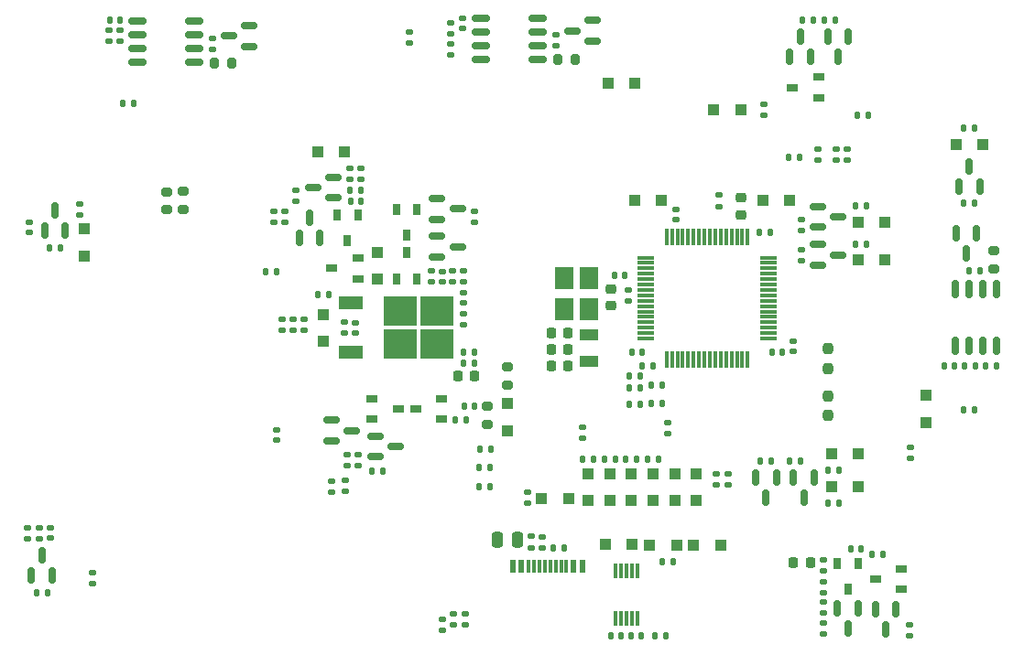
<source format=gbr>
%TF.GenerationSoftware,KiCad,Pcbnew,(6.0.11)*%
%TF.CreationDate,2024-02-29T08:23:56+09:00*%
%TF.ProjectId,Mother_Ctrl,4d6f7468-6572-45f4-9374-726c2e6b6963,rev?*%
%TF.SameCoordinates,Original*%
%TF.FileFunction,Paste,Bot*%
%TF.FilePolarity,Positive*%
%FSLAX46Y46*%
G04 Gerber Fmt 4.6, Leading zero omitted, Abs format (unit mm)*
G04 Created by KiCad (PCBNEW (6.0.11)) date 2024-02-29 08:23:56*
%MOMM*%
%LPD*%
G01*
G04 APERTURE LIST*
G04 Aperture macros list*
%AMRoundRect*
0 Rectangle with rounded corners*
0 $1 Rounding radius*
0 $2 $3 $4 $5 $6 $7 $8 $9 X,Y pos of 4 corners*
0 Add a 4 corners polygon primitive as box body*
4,1,4,$2,$3,$4,$5,$6,$7,$8,$9,$2,$3,0*
0 Add four circle primitives for the rounded corners*
1,1,$1+$1,$2,$3*
1,1,$1+$1,$4,$5*
1,1,$1+$1,$6,$7*
1,1,$1+$1,$8,$9*
0 Add four rect primitives between the rounded corners*
20,1,$1+$1,$2,$3,$4,$5,0*
20,1,$1+$1,$4,$5,$6,$7,0*
20,1,$1+$1,$6,$7,$8,$9,0*
20,1,$1+$1,$8,$9,$2,$3,0*%
G04 Aperture macros list end*
%ADD10RoundRect,0.225000X-0.225000X-0.250000X0.225000X-0.250000X0.225000X0.250000X-0.225000X0.250000X0*%
%ADD11R,1.000000X0.700000*%
%ADD12RoundRect,0.135000X0.135000X0.185000X-0.135000X0.185000X-0.135000X-0.185000X0.135000X-0.185000X0*%
%ADD13RoundRect,0.150000X0.150000X-0.587500X0.150000X0.587500X-0.150000X0.587500X-0.150000X-0.587500X0*%
%ADD14RoundRect,0.135000X-0.185000X0.135000X-0.185000X-0.135000X0.185000X-0.135000X0.185000X0.135000X0*%
%ADD15RoundRect,0.140000X0.170000X-0.140000X0.170000X0.140000X-0.170000X0.140000X-0.170000X-0.140000X0*%
%ADD16RoundRect,0.135000X-0.135000X-0.185000X0.135000X-0.185000X0.135000X0.185000X-0.135000X0.185000X0*%
%ADD17R,1.800000X1.000000*%
%ADD18RoundRect,0.237500X-0.237500X0.250000X-0.237500X-0.250000X0.237500X-0.250000X0.237500X0.250000X0*%
%ADD19RoundRect,0.150000X-0.150000X0.587500X-0.150000X-0.587500X0.150000X-0.587500X0.150000X0.587500X0*%
%ADD20RoundRect,0.225000X-0.250000X0.225000X-0.250000X-0.225000X0.250000X-0.225000X0.250000X0.225000X0*%
%ADD21R,1.000000X1.000000*%
%ADD22RoundRect,0.150000X0.587500X0.150000X-0.587500X0.150000X-0.587500X-0.150000X0.587500X-0.150000X0*%
%ADD23RoundRect,0.140000X-0.140000X-0.170000X0.140000X-0.170000X0.140000X0.170000X-0.140000X0.170000X0*%
%ADD24RoundRect,0.150000X-0.150000X0.675000X-0.150000X-0.675000X0.150000X-0.675000X0.150000X0.675000X0*%
%ADD25RoundRect,0.200000X0.275000X-0.200000X0.275000X0.200000X-0.275000X0.200000X-0.275000X-0.200000X0*%
%ADD26RoundRect,0.150000X-0.587500X-0.150000X0.587500X-0.150000X0.587500X0.150000X-0.587500X0.150000X0*%
%ADD27RoundRect,0.140000X-0.170000X0.140000X-0.170000X-0.140000X0.170000X-0.140000X0.170000X0.140000X0*%
%ADD28RoundRect,0.140000X0.140000X0.170000X-0.140000X0.170000X-0.140000X-0.170000X0.140000X-0.170000X0*%
%ADD29R,0.300000X1.400000*%
%ADD30R,0.700000X1.000000*%
%ADD31RoundRect,0.075000X-0.700000X-0.075000X0.700000X-0.075000X0.700000X0.075000X-0.700000X0.075000X0*%
%ADD32RoundRect,0.075000X-0.075000X-0.700000X0.075000X-0.700000X0.075000X0.700000X-0.075000X0.700000X0*%
%ADD33RoundRect,0.200000X-0.275000X0.200000X-0.275000X-0.200000X0.275000X-0.200000X0.275000X0.200000X0*%
%ADD34RoundRect,0.135000X0.185000X-0.135000X0.185000X0.135000X-0.185000X0.135000X-0.185000X-0.135000X0*%
%ADD35RoundRect,0.150000X0.675000X0.150000X-0.675000X0.150000X-0.675000X-0.150000X0.675000X-0.150000X0*%
%ADD36R,1.800000X2.100000*%
%ADD37RoundRect,0.250000X-0.250000X-0.475000X0.250000X-0.475000X0.250000X0.475000X-0.250000X0.475000X0*%
%ADD38RoundRect,0.200000X0.200000X0.275000X-0.200000X0.275000X-0.200000X-0.275000X0.200000X-0.275000X0*%
%ADD39R,3.050000X2.750000*%
%ADD40R,2.200000X1.200000*%
%ADD41R,0.600000X1.240000*%
%ADD42R,0.300000X1.240000*%
%ADD43RoundRect,0.225000X0.225000X0.250000X-0.225000X0.250000X-0.225000X-0.250000X0.225000X-0.250000X0*%
G04 APERTURE END LIST*
D10*
%TO.C,C17*%
X158365000Y-109630000D03*
X159915000Y-109630000D03*
%TD*%
D11*
%TO.C,Q9*%
X183100000Y-82870000D03*
X183100000Y-84770000D03*
X180700000Y-83820000D03*
%TD*%
D12*
%TO.C,R55*%
X162270000Y-118230000D03*
X161250000Y-118230000D03*
%TD*%
D13*
%TO.C,Q2*%
X112250000Y-129007500D03*
X110350000Y-129007500D03*
X111300000Y-127132500D03*
%TD*%
D14*
%TO.C,R46*%
X183550000Y-133360000D03*
X183550000Y-134380000D03*
%TD*%
D15*
%TO.C,C19*%
X148300000Y-101800000D03*
X148300000Y-100840000D03*
%TD*%
D16*
%TO.C,R31*%
X183640000Y-77570000D03*
X184660000Y-77570000D03*
%TD*%
D17*
%TO.C,Y2*%
X161850000Y-106710000D03*
X161850000Y-109210000D03*
%TD*%
D14*
%TO.C,R41*%
X161300000Y-115310000D03*
X161300000Y-116330000D03*
%TD*%
%TO.C,R1*%
X115970000Y-128720000D03*
X115970000Y-129740000D03*
%TD*%
D18*
%TO.C,R84*%
X183990000Y-107997500D03*
X183990000Y-109822500D03*
%TD*%
D14*
%TO.C,R80*%
X181487500Y-96090000D03*
X181487500Y-97110000D03*
%TD*%
D16*
%TO.C,R27*%
X136840000Y-103020000D03*
X137860000Y-103020000D03*
%TD*%
D14*
%TO.C,R13*%
X132710000Y-95310000D03*
X132710000Y-96330000D03*
%TD*%
D11*
%TO.C,Q6*%
X141850000Y-114520000D03*
X141850000Y-112620000D03*
X144250000Y-113570000D03*
%TD*%
D19*
%TO.C,Q18*%
X188350000Y-132132500D03*
X190250000Y-132132500D03*
X189300000Y-134007500D03*
%TD*%
D20*
%TO.C,C16*%
X163930000Y-102485000D03*
X163930000Y-104035000D03*
%TD*%
D21*
%TO.C,D10*%
X171800000Y-119570000D03*
X171800000Y-122070000D03*
%TD*%
D19*
%TO.C,Q27*%
X177294500Y-119938750D03*
X179194500Y-119938750D03*
X178244500Y-121813750D03*
%TD*%
D22*
%TO.C,Q32*%
X130487500Y-78120000D03*
X130487500Y-80020000D03*
X128612500Y-79070000D03*
%TD*%
D19*
%TO.C,Q16*%
X184850000Y-132032500D03*
X186750000Y-132032500D03*
X185800000Y-133907500D03*
%TD*%
D14*
%TO.C,R99*%
X145290000Y-78690000D03*
X145290000Y-79710000D03*
%TD*%
D19*
%TO.C,Q11*%
X183950000Y-79132500D03*
X185850000Y-79132500D03*
X184900000Y-81007500D03*
%TD*%
D12*
%TO.C,R29*%
X140810000Y-93320000D03*
X139790000Y-93320000D03*
%TD*%
D13*
%TO.C,Q23*%
X198000000Y-93007500D03*
X196100000Y-93007500D03*
X197050000Y-91132500D03*
%TD*%
D23*
%TO.C,C28*%
X178820000Y-108320000D03*
X179780000Y-108320000D03*
%TD*%
D21*
%TO.C,D11*%
X174040000Y-126210000D03*
X171540000Y-126210000D03*
%TD*%
D24*
%TO.C,U6*%
X195705000Y-102495000D03*
X196975000Y-102495000D03*
X198245000Y-102495000D03*
X199515000Y-102495000D03*
X199515000Y-107745000D03*
X198245000Y-107745000D03*
X196975000Y-107745000D03*
X195705000Y-107745000D03*
%TD*%
D21*
%TO.C,D14*%
X167800000Y-119570000D03*
X167800000Y-122070000D03*
%TD*%
D14*
%TO.C,R91*%
X158810000Y-78960000D03*
X158810000Y-79980000D03*
%TD*%
D25*
%TO.C,R3*%
X152510000Y-114995000D03*
X152510000Y-113345000D03*
%TD*%
D26*
%TO.C,Q22*%
X147862500Y-96020000D03*
X147862500Y-94120000D03*
X149737500Y-95070000D03*
%TD*%
D27*
%TO.C,C13*%
X140300000Y-105590000D03*
X140300000Y-106550000D03*
%TD*%
D28*
%TO.C,C29*%
X167780000Y-109570000D03*
X166820000Y-109570000D03*
%TD*%
%TO.C,C35*%
X118530000Y-77570000D03*
X117570000Y-77570000D03*
%TD*%
D16*
%TO.C,R72*%
X167950000Y-134590000D03*
X168970000Y-134590000D03*
%TD*%
D29*
%TO.C,U1*%
X164350000Y-128570000D03*
X164850000Y-128570000D03*
X165350000Y-128570000D03*
X165850000Y-128570000D03*
X166350000Y-128570000D03*
X166350000Y-132970000D03*
X165850000Y-132970000D03*
X165350000Y-132970000D03*
X164850000Y-132970000D03*
X164350000Y-132970000D03*
%TD*%
D30*
%TO.C,Q19*%
X146000000Y-101520000D03*
X144100000Y-101520000D03*
X145050000Y-99120000D03*
%TD*%
D14*
%TO.C,R61*%
X149300000Y-100810000D03*
X149300000Y-101830000D03*
%TD*%
D15*
%TO.C,C27*%
X165550000Y-103550000D03*
X165550000Y-102590000D03*
%TD*%
D14*
%TO.C,R23*%
X134550000Y-105310000D03*
X134550000Y-106330000D03*
%TD*%
D31*
%TO.C,U4*%
X167125000Y-107070000D03*
X167125000Y-106570000D03*
X167125000Y-106070000D03*
X167125000Y-105570000D03*
X167125000Y-105070000D03*
X167125000Y-104570000D03*
X167125000Y-104070000D03*
X167125000Y-103570000D03*
X167125000Y-103070000D03*
X167125000Y-102570000D03*
X167125000Y-102070000D03*
X167125000Y-101570000D03*
X167125000Y-101070000D03*
X167125000Y-100570000D03*
X167125000Y-100070000D03*
X167125000Y-99570000D03*
D32*
X169050000Y-97645000D03*
X169550000Y-97645000D03*
X170050000Y-97645000D03*
X170550000Y-97645000D03*
X171050000Y-97645000D03*
X171550000Y-97645000D03*
X172050000Y-97645000D03*
X172550000Y-97645000D03*
X173050000Y-97645000D03*
X173550000Y-97645000D03*
X174050000Y-97645000D03*
X174550000Y-97645000D03*
X175050000Y-97645000D03*
X175550000Y-97645000D03*
X176050000Y-97645000D03*
X176550000Y-97645000D03*
D31*
X178475000Y-99570000D03*
X178475000Y-100070000D03*
X178475000Y-100570000D03*
X178475000Y-101070000D03*
X178475000Y-101570000D03*
X178475000Y-102070000D03*
X178475000Y-102570000D03*
X178475000Y-103070000D03*
X178475000Y-103570000D03*
X178475000Y-104070000D03*
X178475000Y-104570000D03*
X178475000Y-105070000D03*
X178475000Y-105570000D03*
X178475000Y-106070000D03*
X178475000Y-106570000D03*
X178475000Y-107070000D03*
D32*
X176550000Y-108995000D03*
X176050000Y-108995000D03*
X175550000Y-108995000D03*
X175050000Y-108995000D03*
X174550000Y-108995000D03*
X174050000Y-108995000D03*
X173550000Y-108995000D03*
X173050000Y-108995000D03*
X172550000Y-108995000D03*
X172050000Y-108995000D03*
X171550000Y-108995000D03*
X171050000Y-108995000D03*
X170550000Y-108995000D03*
X170050000Y-108995000D03*
X169550000Y-108995000D03*
X169050000Y-108995000D03*
%TD*%
D21*
%TO.C,D36*%
X163620000Y-83410000D03*
X166120000Y-83410000D03*
%TD*%
D15*
%TO.C,C9*%
X133000000Y-116450000D03*
X133000000Y-115490000D03*
%TD*%
D33*
%TO.C,R8*%
X124400000Y-93465000D03*
X124400000Y-95115000D03*
%TD*%
D14*
%TO.C,R22*%
X135550000Y-105310000D03*
X135550000Y-106330000D03*
%TD*%
D33*
%TO.C,R88*%
X199260000Y-98935000D03*
X199260000Y-100585000D03*
%TD*%
D16*
%TO.C,R62*%
X167610000Y-111350000D03*
X168630000Y-111350000D03*
%TD*%
D34*
%TO.C,R59*%
X191600000Y-118170000D03*
X191600000Y-117150000D03*
%TD*%
D35*
%TO.C,U8*%
X125425000Y-77665000D03*
X125425000Y-78935000D03*
X125425000Y-80205000D03*
X125425000Y-81475000D03*
X120175000Y-81475000D03*
X120175000Y-80205000D03*
X120175000Y-78935000D03*
X120175000Y-77665000D03*
%TD*%
D23*
%TO.C,C37*%
X118820000Y-85320000D03*
X119780000Y-85320000D03*
%TD*%
D27*
%TO.C,C32*%
X180740000Y-107320000D03*
X180740000Y-108280000D03*
%TD*%
D30*
%TO.C,Q15*%
X184850000Y-127870000D03*
X186750000Y-127870000D03*
X185800000Y-130270000D03*
%TD*%
D12*
%TO.C,R94*%
X199580000Y-109610000D03*
X198560000Y-109610000D03*
%TD*%
D36*
%TO.C,Y1*%
X159580000Y-104380000D03*
X159580000Y-101480000D03*
X161880000Y-101480000D03*
X161880000Y-104380000D03*
%TD*%
D21*
%TO.C,D33*%
X184310000Y-120800000D03*
X186810000Y-120800000D03*
%TD*%
D37*
%TO.C,C3*%
X153370000Y-125720000D03*
X155270000Y-125720000D03*
%TD*%
D12*
%TO.C,R66*%
X166620000Y-111610000D03*
X165600000Y-111610000D03*
%TD*%
D21*
%TO.C,D32*%
X186737500Y-99820000D03*
X189237500Y-99820000D03*
%TD*%
D11*
%TO.C,Q17*%
X190750000Y-128370000D03*
X190750000Y-130270000D03*
X188350000Y-129320000D03*
%TD*%
D15*
%TO.C,C25*%
X169910000Y-96060000D03*
X169910000Y-95100000D03*
%TD*%
D34*
%TO.C,R73*%
X148330000Y-134070000D03*
X148330000Y-133050000D03*
%TD*%
D30*
%TO.C,Q10*%
X138600000Y-95620000D03*
X140500000Y-95620000D03*
X139550000Y-98020000D03*
%TD*%
D35*
%TO.C,U7*%
X157165000Y-77435000D03*
X157165000Y-78705000D03*
X157165000Y-79975000D03*
X157165000Y-81245000D03*
X151915000Y-81245000D03*
X151915000Y-79975000D03*
X151915000Y-78705000D03*
X151915000Y-77435000D03*
%TD*%
D12*
%TO.C,R19*%
X152760000Y-120790000D03*
X151740000Y-120790000D03*
%TD*%
D16*
%TO.C,R103*%
X165600000Y-110570000D03*
X166620000Y-110570000D03*
%TD*%
D21*
%TO.C,D35*%
X184300000Y-117760000D03*
X186800000Y-117760000D03*
%TD*%
D14*
%TO.C,R4*%
X110010000Y-124570000D03*
X110010000Y-125590000D03*
%TD*%
D34*
%TO.C,R65*%
X150300000Y-101830000D03*
X150300000Y-100810000D03*
%TD*%
D38*
%TO.C,R92*%
X128875000Y-81570000D03*
X127225000Y-81570000D03*
%TD*%
D28*
%TO.C,C2*%
X151280000Y-113290000D03*
X150320000Y-113290000D03*
%TD*%
%TO.C,C31*%
X166779999Y-108319999D03*
X165819999Y-108319999D03*
%TD*%
D25*
%TO.C,R7*%
X122840000Y-95135000D03*
X122840000Y-93485000D03*
%TD*%
D14*
%TO.C,R44*%
X139300001Y-105559999D03*
X139300001Y-106579999D03*
%TD*%
D16*
%TO.C,R90*%
X197000000Y-100760000D03*
X198020000Y-100760000D03*
%TD*%
D19*
%TO.C,Q30*%
X195810000Y-97322500D03*
X197710000Y-97322500D03*
X196760000Y-99197500D03*
%TD*%
D14*
%TO.C,R86*%
X114800000Y-94640000D03*
X114800000Y-95660000D03*
%TD*%
%TO.C,R75*%
X181487500Y-98810000D03*
X181487500Y-99830000D03*
%TD*%
D12*
%TO.C,R81*%
X178754500Y-118376250D03*
X177734500Y-118376250D03*
%TD*%
D38*
%TO.C,R89*%
X160635000Y-81240000D03*
X158985000Y-81240000D03*
%TD*%
D26*
%TO.C,Q26*%
X183050000Y-96770000D03*
X183050000Y-94870000D03*
X184925000Y-95820000D03*
%TD*%
D22*
%TO.C,Q12*%
X138237500Y-92120000D03*
X138237500Y-94020000D03*
X136362500Y-93070000D03*
%TD*%
D12*
%TO.C,R28*%
X182660000Y-77570000D03*
X181640000Y-77570000D03*
%TD*%
D14*
%TO.C,R100*%
X118550000Y-78560000D03*
X118550000Y-79580000D03*
%TD*%
%TO.C,R26*%
X140800000Y-91310000D03*
X140800000Y-92330000D03*
%TD*%
D27*
%TO.C,C36*%
X110170000Y-96270000D03*
X110170000Y-97230000D03*
%TD*%
D34*
%TO.C,R2*%
X111050000Y-125570000D03*
X111050000Y-124550000D03*
%TD*%
D12*
%TO.C,R95*%
X197630000Y-109620000D03*
X196610000Y-109620000D03*
%TD*%
%TO.C,R67*%
X166650000Y-113140000D03*
X165630000Y-113140000D03*
%TD*%
D34*
%TO.C,R52*%
X138110000Y-121320000D03*
X138110000Y-120300000D03*
%TD*%
D16*
%TO.C,R42*%
X186670000Y-86360000D03*
X187690000Y-86360000D03*
%TD*%
D21*
%TO.C,D17*%
X163800000Y-119570000D03*
X163800000Y-122070000D03*
%TD*%
D15*
%TO.C,C1*%
X112080000Y-125550000D03*
X112080000Y-124590000D03*
%TD*%
D34*
%TO.C,R45*%
X183550000Y-132480000D03*
X183550000Y-131460000D03*
%TD*%
D21*
%TO.C,D34*%
X186737500Y-96320000D03*
X189237500Y-96320000D03*
%TD*%
D13*
%TO.C,Q14*%
X137000000Y-97757500D03*
X135100000Y-97757500D03*
X136050000Y-95882500D03*
%TD*%
D12*
%TO.C,R9*%
X111810000Y-130570000D03*
X110790000Y-130570000D03*
%TD*%
D16*
%TO.C,R21*%
X131980000Y-100840000D03*
X133000000Y-100840000D03*
%TD*%
D12*
%TO.C,R17*%
X152810000Y-117290000D03*
X151790000Y-117290000D03*
%TD*%
D26*
%TO.C,Q20*%
X147862500Y-99520000D03*
X147862500Y-97620000D03*
X149737500Y-98570000D03*
%TD*%
D14*
%TO.C,R49*%
X174720000Y-119560000D03*
X174720000Y-120580000D03*
%TD*%
D26*
%TO.C,Q24*%
X183050000Y-100270000D03*
X183050000Y-98370000D03*
X184925000Y-99320000D03*
%TD*%
D34*
%TO.C,R33*%
X133800000Y-96330000D03*
X133800000Y-95310000D03*
%TD*%
%TO.C,R60*%
X147300000Y-101830000D03*
X147300000Y-100810000D03*
%TD*%
%TO.C,R58*%
X150300000Y-105830000D03*
X150300000Y-104810000D03*
%TD*%
D28*
%TO.C,C11*%
X140799999Y-94320000D03*
X139839999Y-94320000D03*
%TD*%
D13*
%TO.C,Q28*%
X113450000Y-97087500D03*
X111550000Y-97087500D03*
X112500000Y-95212500D03*
%TD*%
D34*
%TO.C,R96*%
X149060000Y-80840000D03*
X149060000Y-79820000D03*
%TD*%
D39*
%TO.C,U3*%
X147825001Y-107595000D03*
X144475001Y-107595000D03*
X144475001Y-104545000D03*
X147825001Y-104545000D03*
D40*
X139850001Y-108350000D03*
X139850001Y-103790000D03*
%TD*%
D11*
%TO.C,Q4*%
X148250000Y-112620000D03*
X148250000Y-114520000D03*
X145850000Y-113570000D03*
%TD*%
D23*
%TO.C,C4*%
X165770000Y-134570000D03*
X166730000Y-134570000D03*
%TD*%
D14*
%TO.C,R43*%
X184730000Y-89560000D03*
X184730000Y-90580000D03*
%TD*%
%TO.C,R47*%
X173660000Y-119550000D03*
X173660000Y-120570000D03*
%TD*%
D34*
%TO.C,R70*%
X149370000Y-133560000D03*
X149370000Y-132540000D03*
%TD*%
%TO.C,R16*%
X140550000Y-118830000D03*
X140550000Y-117810000D03*
%TD*%
D16*
%TO.C,R87*%
X111990000Y-98650000D03*
X113010000Y-98650000D03*
%TD*%
D34*
%TO.C,R35*%
X183550000Y-128580000D03*
X183550000Y-127560000D03*
%TD*%
D16*
%TO.C,R76*%
X196540000Y-87570000D03*
X197560000Y-87570000D03*
%TD*%
D14*
%TO.C,R69*%
X169120000Y-114870000D03*
X169120000Y-115890000D03*
%TD*%
D16*
%TO.C,R82*%
X186477500Y-94820000D03*
X187497500Y-94820000D03*
%TD*%
D21*
%TO.C,D5*%
X136800000Y-89810000D03*
X139300000Y-89810000D03*
%TD*%
D16*
%TO.C,R63*%
X167620000Y-113090000D03*
X168640000Y-113090000D03*
%TD*%
D12*
%TO.C,R10*%
X159570000Y-126480000D03*
X158550000Y-126480000D03*
%TD*%
D21*
%TO.C,D12*%
X169800000Y-119570000D03*
X169800000Y-122070000D03*
%TD*%
%TO.C,D37*%
X175900000Y-85890000D03*
X173400000Y-85890000D03*
%TD*%
D33*
%TO.C,R5*%
X154380000Y-109705000D03*
X154380000Y-111355000D03*
%TD*%
D28*
%TO.C,C6*%
X187030000Y-126570000D03*
X186070000Y-126570000D03*
%TD*%
%TO.C,C33*%
X195680000Y-109620000D03*
X194720000Y-109620000D03*
%TD*%
D16*
%TO.C,R77*%
X186477500Y-98320000D03*
X187497500Y-98320000D03*
%TD*%
D34*
%TO.C,R57*%
X191550000Y-134580000D03*
X191550000Y-133560000D03*
%TD*%
D23*
%TO.C,C26*%
X177640000Y-97270000D03*
X178600000Y-97270000D03*
%TD*%
D21*
%TO.C,D15*%
X163390000Y-126070000D03*
X165890000Y-126070000D03*
%TD*%
D12*
%TO.C,R51*%
X168350000Y-118250000D03*
X167330000Y-118250000D03*
%TD*%
D16*
%TO.C,R83*%
X183959999Y-119290000D03*
X184979999Y-119290000D03*
%TD*%
%TO.C,R54*%
X163290000Y-118250000D03*
X164310000Y-118250000D03*
%TD*%
D12*
%TO.C,R12*%
X150520000Y-114620000D03*
X149500000Y-114620000D03*
%TD*%
D20*
%TO.C,C30*%
X175890000Y-94045000D03*
X175890000Y-95595000D03*
%TD*%
D34*
%TO.C,R40*%
X185730000Y-90580000D03*
X185730000Y-89560000D03*
%TD*%
D21*
%TO.C,D16*%
X165800000Y-119570000D03*
X165800000Y-122070000D03*
%TD*%
D34*
%TO.C,R71*%
X150460000Y-133580000D03*
X150460000Y-132560000D03*
%TD*%
D21*
%TO.C,D9*%
X137300000Y-104820000D03*
X137300000Y-107320000D03*
%TD*%
D13*
%TO.C,Q8*%
X182350000Y-81007500D03*
X180450000Y-81007500D03*
X181400000Y-79132500D03*
%TD*%
D16*
%TO.C,R74*%
X196540000Y-94570000D03*
X197560000Y-94570000D03*
%TD*%
D12*
%TO.C,R53*%
X166310000Y-118250000D03*
X165290000Y-118250000D03*
%TD*%
D21*
%TO.C,D19*%
X157500000Y-121870000D03*
X160000000Y-121870000D03*
%TD*%
D14*
%TO.C,R24*%
X133550000Y-105310000D03*
X133550000Y-106330000D03*
%TD*%
%TO.C,R36*%
X183550000Y-129560000D03*
X183550000Y-130580000D03*
%TD*%
D27*
%TO.C,C34*%
X150190000Y-77420000D03*
X150190000Y-78380000D03*
%TD*%
D12*
%TO.C,R14*%
X151310000Y-109320000D03*
X150290000Y-109320000D03*
%TD*%
%TO.C,R39*%
X181330000Y-90330000D03*
X180310000Y-90330000D03*
%TD*%
D16*
%TO.C,R79*%
X183980000Y-122300000D03*
X185000000Y-122300000D03*
%TD*%
D30*
%TO.C,Q21*%
X144100002Y-95120000D03*
X146000002Y-95120000D03*
X145050002Y-97520000D03*
%TD*%
D34*
%TO.C,R97*%
X149050000Y-78830000D03*
X149050000Y-77810000D03*
%TD*%
D19*
%TO.C,Q25*%
X180794500Y-119938749D03*
X182694500Y-119938749D03*
X181744500Y-121813749D03*
%TD*%
D21*
%TO.C,D1*%
X115250000Y-96940000D03*
X115250000Y-99440000D03*
%TD*%
D34*
%TO.C,R30*%
X139800000Y-92330000D03*
X139800000Y-91310000D03*
%TD*%
D26*
%TO.C,Q7*%
X138112500Y-116520000D03*
X138112500Y-114620000D03*
X139987500Y-115570000D03*
%TD*%
D12*
%TO.C,R78*%
X181434500Y-118376250D03*
X180414500Y-118376250D03*
%TD*%
D21*
%TO.C,D31*%
X198300000Y-89070000D03*
X195800000Y-89070000D03*
%TD*%
D34*
%TO.C,R101*%
X117550000Y-79580000D03*
X117550000Y-78560000D03*
%TD*%
D41*
%TO.C,J3*%
X161250000Y-128145000D03*
X160450000Y-128145000D03*
D42*
X159300000Y-128145000D03*
X158300000Y-128145000D03*
X157800000Y-128145000D03*
X156800000Y-128145000D03*
D41*
X155650000Y-128145000D03*
X154850000Y-128145000D03*
X154850000Y-128145000D03*
X155650000Y-128145000D03*
D42*
X156300000Y-128145000D03*
X157300000Y-128145000D03*
X158800000Y-128145000D03*
X159800000Y-128145000D03*
D41*
X160450000Y-128145000D03*
X161250000Y-128145000D03*
%TD*%
D14*
%TO.C,R93*%
X127050000Y-79310000D03*
X127050000Y-80330000D03*
%TD*%
D34*
%TO.C,R38*%
X183030000Y-90580000D03*
X183030000Y-89560000D03*
%TD*%
D21*
%TO.C,D20*%
X142300000Y-101570000D03*
X142300000Y-99070000D03*
%TD*%
D12*
%TO.C,R20*%
X142810000Y-119320000D03*
X141790000Y-119320000D03*
%TD*%
D14*
%TO.C,R102*%
X173930000Y-93810000D03*
X173930000Y-94830000D03*
%TD*%
%TO.C,R32*%
X134800000Y-93310000D03*
X134800000Y-94330000D03*
%TD*%
D21*
%TO.C,D18*%
X161800000Y-119570000D03*
X161800000Y-122070000D03*
%TD*%
D34*
%TO.C,R37*%
X178060000Y-86380000D03*
X178060000Y-85360000D03*
%TD*%
D14*
%TO.C,R11*%
X157560000Y-125400000D03*
X157560000Y-126420000D03*
%TD*%
D16*
%TO.C,R15*%
X150290000Y-108320000D03*
X151310000Y-108320000D03*
%TD*%
D21*
%TO.C,D21*%
X193060000Y-114840000D03*
X193060000Y-112340000D03*
%TD*%
D34*
%TO.C,R50*%
X139330000Y-121190000D03*
X139330000Y-120170000D03*
%TD*%
D16*
%TO.C,R48*%
X168620000Y-127690000D03*
X169640000Y-127690000D03*
%TD*%
%TO.C,R98*%
X196510000Y-113660000D03*
X197530000Y-113660000D03*
%TD*%
D22*
%TO.C,Q31*%
X162237500Y-77630000D03*
X162237500Y-79530000D03*
X160362500Y-78580000D03*
%TD*%
D34*
%TO.C,R68*%
X151300000Y-96330000D03*
X151300000Y-95310000D03*
%TD*%
%TO.C,R56*%
X156190000Y-122280000D03*
X156190000Y-121260000D03*
%TD*%
D10*
%TO.C,C12*%
X180775000Y-127820000D03*
X182325000Y-127820000D03*
%TD*%
%TO.C,C15*%
X158365000Y-106530000D03*
X159915000Y-106530000D03*
%TD*%
D18*
%TO.C,R85*%
X183980000Y-112367500D03*
X183980000Y-114192500D03*
%TD*%
D21*
%TO.C,D2*%
X154300000Y-115570000D03*
X154300000Y-113070000D03*
%TD*%
D14*
%TO.C,R6*%
X156550000Y-125390000D03*
X156550000Y-126410000D03*
%TD*%
D10*
%TO.C,C18*%
X158365000Y-108070000D03*
X159915000Y-108070000D03*
%TD*%
D28*
%TO.C,C5*%
X164830000Y-134570000D03*
X163870000Y-134570000D03*
%TD*%
D15*
%TO.C,C14*%
X150300000Y-103800000D03*
X150300000Y-102840000D03*
%TD*%
D11*
%TO.C,Q13*%
X140500000Y-99620000D03*
X140500000Y-101520000D03*
X138100000Y-100570000D03*
%TD*%
D26*
%TO.C,Q5*%
X142112500Y-118020000D03*
X142112500Y-116120000D03*
X143987500Y-117070000D03*
%TD*%
D21*
%TO.C,D39*%
X180440000Y-94260000D03*
X177940000Y-94260000D03*
%TD*%
D34*
%TO.C,R25*%
X139550000Y-118830000D03*
X139550000Y-117810000D03*
%TD*%
D12*
%TO.C,R18*%
X152760000Y-119040000D03*
X151740000Y-119040000D03*
%TD*%
D21*
%TO.C,D38*%
X166090000Y-94310000D03*
X168590000Y-94310000D03*
%TD*%
%TO.C,D13*%
X167490000Y-126200000D03*
X169990000Y-126200000D03*
%TD*%
D28*
%TO.C,C24*%
X165190000Y-101220000D03*
X164230000Y-101220000D03*
%TD*%
D12*
%TO.C,R34*%
X189060000Y-127070000D03*
X188040000Y-127070000D03*
%TD*%
D43*
%TO.C,C8*%
X151325000Y-110570000D03*
X149775000Y-110570000D03*
%TD*%
M02*

</source>
